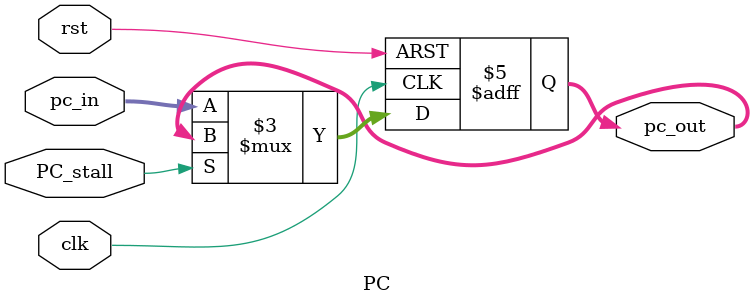
<source format=sv>
module PC (
    input clk,
    input rst,
    input PC_stall,
    input [31:0] pc_in,
    output logic [31:0] pc_out
);

logic stall_after;

always_ff @(posedge clk, posedge rst) begin
    if (rst) begin
        pc_out <= 32'd0;
        stall_after <= 1'd0;
    end
    // else begin
    //     if(PC_stall) begin
    //         pc_out <= pc_in;
    //         stall_after <= 1'd1;
    //     end 
    //     else if(stall_after) begin
    //         pc_out <= pc_in - 32'd4;
    //         stall_after <= 1'd0; 
    //     end 
    //     else
    //         pc_out <= pc_in;
    // end
    else if(!PC_stall) 
        pc_out <= pc_in;
end

endmodule
</source>
